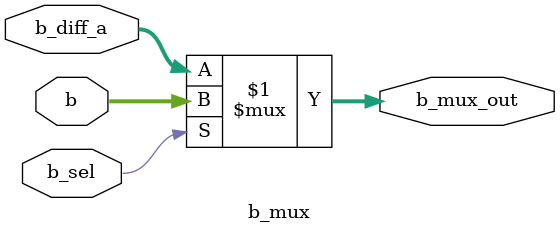
<source format=v>
module a_mux(
    input a_sel,
    input [15:0] a,
    input [15:0] a_diff_b,
    output [15:0] a_mux_out
    );
    assign a_mux_out = (a_sel)?a:a_diff_b;

endmodule

module b_mux(
    input [15:0] b,
    input b_sel,
    input [15:0] b_diff_a,
    output [15:0] b_mux_out
    );
 
    assign b_mux_out = (b_sel)? b:b_diff_a;

 
endmodule

</source>
